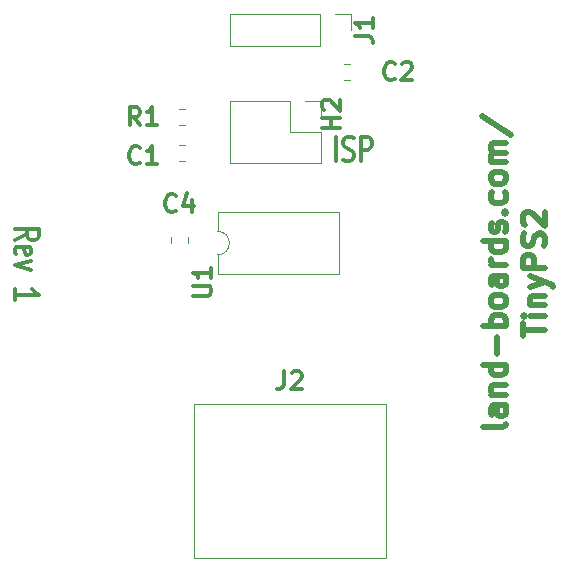
<source format=gbr>
G04 #@! TF.GenerationSoftware,KiCad,Pcbnew,(5.0.2)-1*
G04 #@! TF.CreationDate,2019-11-21T16:03:45-05:00*
G04 #@! TF.ProjectId,TinyPS2,54696e79-5053-4322-9e6b-696361645f70,X1*
G04 #@! TF.SameCoordinates,Original*
G04 #@! TF.FileFunction,Legend,Top*
G04 #@! TF.FilePolarity,Positive*
%FSLAX46Y46*%
G04 Gerber Fmt 4.6, Leading zero omitted, Abs format (unit mm)*
G04 Created by KiCad (PCBNEW (5.0.2)-1) date 11/21/2019 4:03:45 PM*
%MOMM*%
%LPD*%
G01*
G04 APERTURE LIST*
%ADD10C,0.304800*%
%ADD11C,0.476250*%
%ADD12C,0.120000*%
G04 APERTURE END LIST*
D10*
X11526761Y-31713714D02*
X12494380Y-31205714D01*
X11526761Y-30842857D02*
X13558761Y-30842857D01*
X13558761Y-31423428D01*
X13462000Y-31568571D01*
X13365238Y-31641142D01*
X13171714Y-31713714D01*
X12881428Y-31713714D01*
X12687904Y-31641142D01*
X12591142Y-31568571D01*
X12494380Y-31423428D01*
X12494380Y-30842857D01*
X11623523Y-32947428D02*
X11526761Y-32802285D01*
X11526761Y-32512000D01*
X11623523Y-32366857D01*
X11817047Y-32294285D01*
X12591142Y-32294285D01*
X12784666Y-32366857D01*
X12881428Y-32512000D01*
X12881428Y-32802285D01*
X12784666Y-32947428D01*
X12591142Y-33020000D01*
X12397619Y-33020000D01*
X12204095Y-32294285D01*
X12881428Y-33528000D02*
X11526761Y-33890857D01*
X12881428Y-34253714D01*
X11526761Y-36793714D02*
X11526761Y-35922857D01*
X11526761Y-36358285D02*
X13558761Y-36358285D01*
X13268476Y-36213142D01*
X13074952Y-36068000D01*
X12978190Y-35922857D01*
X38644285Y-25049238D02*
X38644285Y-23017238D01*
X39297428Y-24952476D02*
X39515142Y-25049238D01*
X39878000Y-25049238D01*
X40023142Y-24952476D01*
X40095714Y-24855714D01*
X40168285Y-24662190D01*
X40168285Y-24468666D01*
X40095714Y-24275142D01*
X40023142Y-24178380D01*
X39878000Y-24081619D01*
X39587714Y-23984857D01*
X39442571Y-23888095D01*
X39370000Y-23791333D01*
X39297428Y-23597809D01*
X39297428Y-23404285D01*
X39370000Y-23210761D01*
X39442571Y-23114000D01*
X39587714Y-23017238D01*
X39950571Y-23017238D01*
X40168285Y-23114000D01*
X40821428Y-25049238D02*
X40821428Y-23017238D01*
X41402000Y-23017238D01*
X41547142Y-23114000D01*
X41619714Y-23210761D01*
X41692285Y-23404285D01*
X41692285Y-23694571D01*
X41619714Y-23888095D01*
X41547142Y-23984857D01*
X41402000Y-24081619D01*
X40821428Y-24081619D01*
D11*
X53042910Y-47289357D02*
X52952196Y-47470785D01*
X52770767Y-47561500D01*
X51137910Y-47561500D01*
X53042910Y-45747214D02*
X52045053Y-45747214D01*
X51863625Y-45837928D01*
X51772910Y-46019357D01*
X51772910Y-46382214D01*
X51863625Y-46563642D01*
X52952196Y-45747214D02*
X53042910Y-45928642D01*
X53042910Y-46382214D01*
X52952196Y-46563642D01*
X52770767Y-46654357D01*
X52589339Y-46654357D01*
X52407910Y-46563642D01*
X52317196Y-46382214D01*
X52317196Y-45928642D01*
X52226482Y-45747214D01*
X51772910Y-44840071D02*
X53042910Y-44840071D01*
X51954339Y-44840071D02*
X51863625Y-44749357D01*
X51772910Y-44567928D01*
X51772910Y-44295785D01*
X51863625Y-44114357D01*
X52045053Y-44023642D01*
X53042910Y-44023642D01*
X53042910Y-42300071D02*
X51137910Y-42300071D01*
X52952196Y-42300071D02*
X53042910Y-42481500D01*
X53042910Y-42844357D01*
X52952196Y-43025785D01*
X52861482Y-43116500D01*
X52680053Y-43207214D01*
X52135767Y-43207214D01*
X51954339Y-43116500D01*
X51863625Y-43025785D01*
X51772910Y-42844357D01*
X51772910Y-42481500D01*
X51863625Y-42300071D01*
X52317196Y-41392928D02*
X52317196Y-39941500D01*
X53042910Y-39034357D02*
X51137910Y-39034357D01*
X51863625Y-39034357D02*
X51772910Y-38852928D01*
X51772910Y-38490071D01*
X51863625Y-38308642D01*
X51954339Y-38217928D01*
X52135767Y-38127214D01*
X52680053Y-38127214D01*
X52861482Y-38217928D01*
X52952196Y-38308642D01*
X53042910Y-38490071D01*
X53042910Y-38852928D01*
X52952196Y-39034357D01*
X53042910Y-37038642D02*
X52952196Y-37220071D01*
X52861482Y-37310785D01*
X52680053Y-37401500D01*
X52135767Y-37401500D01*
X51954339Y-37310785D01*
X51863625Y-37220071D01*
X51772910Y-37038642D01*
X51772910Y-36766500D01*
X51863625Y-36585071D01*
X51954339Y-36494357D01*
X52135767Y-36403642D01*
X52680053Y-36403642D01*
X52861482Y-36494357D01*
X52952196Y-36585071D01*
X53042910Y-36766500D01*
X53042910Y-37038642D01*
X53042910Y-34770785D02*
X52045053Y-34770785D01*
X51863625Y-34861500D01*
X51772910Y-35042928D01*
X51772910Y-35405785D01*
X51863625Y-35587214D01*
X52952196Y-34770785D02*
X53042910Y-34952214D01*
X53042910Y-35405785D01*
X52952196Y-35587214D01*
X52770767Y-35677928D01*
X52589339Y-35677928D01*
X52407910Y-35587214D01*
X52317196Y-35405785D01*
X52317196Y-34952214D01*
X52226482Y-34770785D01*
X53042910Y-33863642D02*
X51772910Y-33863642D01*
X52135767Y-33863642D02*
X51954339Y-33772928D01*
X51863625Y-33682214D01*
X51772910Y-33500785D01*
X51772910Y-33319357D01*
X53042910Y-31867928D02*
X51137910Y-31867928D01*
X52952196Y-31867928D02*
X53042910Y-32049357D01*
X53042910Y-32412214D01*
X52952196Y-32593642D01*
X52861482Y-32684357D01*
X52680053Y-32775071D01*
X52135767Y-32775071D01*
X51954339Y-32684357D01*
X51863625Y-32593642D01*
X51772910Y-32412214D01*
X51772910Y-32049357D01*
X51863625Y-31867928D01*
X52952196Y-31051500D02*
X53042910Y-30870071D01*
X53042910Y-30507214D01*
X52952196Y-30325785D01*
X52770767Y-30235071D01*
X52680053Y-30235071D01*
X52498625Y-30325785D01*
X52407910Y-30507214D01*
X52407910Y-30779357D01*
X52317196Y-30960785D01*
X52135767Y-31051500D01*
X52045053Y-31051500D01*
X51863625Y-30960785D01*
X51772910Y-30779357D01*
X51772910Y-30507214D01*
X51863625Y-30325785D01*
X52861482Y-29418642D02*
X52952196Y-29327928D01*
X53042910Y-29418642D01*
X52952196Y-29509357D01*
X52861482Y-29418642D01*
X53042910Y-29418642D01*
X52952196Y-27695071D02*
X53042910Y-27876500D01*
X53042910Y-28239357D01*
X52952196Y-28420785D01*
X52861482Y-28511500D01*
X52680053Y-28602214D01*
X52135767Y-28602214D01*
X51954339Y-28511500D01*
X51863625Y-28420785D01*
X51772910Y-28239357D01*
X51772910Y-27876500D01*
X51863625Y-27695071D01*
X53042910Y-26606500D02*
X52952196Y-26787928D01*
X52861482Y-26878642D01*
X52680053Y-26969357D01*
X52135767Y-26969357D01*
X51954339Y-26878642D01*
X51863625Y-26787928D01*
X51772910Y-26606500D01*
X51772910Y-26334357D01*
X51863625Y-26152928D01*
X51954339Y-26062214D01*
X52135767Y-25971500D01*
X52680053Y-25971500D01*
X52861482Y-26062214D01*
X52952196Y-26152928D01*
X53042910Y-26334357D01*
X53042910Y-26606500D01*
X53042910Y-25155071D02*
X51772910Y-25155071D01*
X51954339Y-25155071D02*
X51863625Y-25064357D01*
X51772910Y-24882928D01*
X51772910Y-24610785D01*
X51863625Y-24429357D01*
X52045053Y-24338642D01*
X53042910Y-24338642D01*
X52045053Y-24338642D02*
X51863625Y-24247928D01*
X51772910Y-24066500D01*
X51772910Y-23794357D01*
X51863625Y-23612928D01*
X52045053Y-23522214D01*
X53042910Y-23522214D01*
X51047196Y-21254357D02*
X53496482Y-22887214D01*
X54471660Y-39896142D02*
X54471660Y-38807571D01*
X56376660Y-39351857D02*
X54471660Y-39351857D01*
X56376660Y-38172571D02*
X55106660Y-38172571D01*
X54471660Y-38172571D02*
X54562375Y-38263285D01*
X54653089Y-38172571D01*
X54562375Y-38081857D01*
X54471660Y-38172571D01*
X54653089Y-38172571D01*
X55106660Y-37265428D02*
X56376660Y-37265428D01*
X55288089Y-37265428D02*
X55197375Y-37174714D01*
X55106660Y-36993285D01*
X55106660Y-36721142D01*
X55197375Y-36539714D01*
X55378803Y-36449000D01*
X56376660Y-36449000D01*
X55106660Y-35723285D02*
X56376660Y-35269714D01*
X55106660Y-34816142D02*
X56376660Y-35269714D01*
X56830232Y-35451142D01*
X56920946Y-35541857D01*
X57011660Y-35723285D01*
X56376660Y-34090428D02*
X54471660Y-34090428D01*
X54471660Y-33364714D01*
X54562375Y-33183285D01*
X54653089Y-33092571D01*
X54834517Y-33001857D01*
X55106660Y-33001857D01*
X55288089Y-33092571D01*
X55378803Y-33183285D01*
X55469517Y-33364714D01*
X55469517Y-34090428D01*
X56285946Y-32276142D02*
X56376660Y-32004000D01*
X56376660Y-31550428D01*
X56285946Y-31369000D01*
X56195232Y-31278285D01*
X56013803Y-31187571D01*
X55832375Y-31187571D01*
X55650946Y-31278285D01*
X55560232Y-31369000D01*
X55469517Y-31550428D01*
X55378803Y-31913285D01*
X55288089Y-32094714D01*
X55197375Y-32185428D01*
X55015946Y-32276142D01*
X54834517Y-32276142D01*
X54653089Y-32185428D01*
X54562375Y-32094714D01*
X54471660Y-31913285D01*
X54471660Y-31459714D01*
X54562375Y-31187571D01*
X54653089Y-30461857D02*
X54562375Y-30371142D01*
X54471660Y-30189714D01*
X54471660Y-29736142D01*
X54562375Y-29554714D01*
X54653089Y-29464000D01*
X54834517Y-29373285D01*
X55015946Y-29373285D01*
X55288089Y-29464000D01*
X56376660Y-30552571D01*
X56376660Y-29373285D01*
D12*
G04 #@! TO.C,C4*
X26110000Y-31488748D02*
X26110000Y-32011252D01*
X24690000Y-31488748D02*
X24690000Y-32011252D01*
G04 #@! TO.C,C1*
X25915252Y-25094000D02*
X25392748Y-25094000D01*
X25915252Y-23674000D02*
X25392748Y-23674000D01*
G04 #@! TO.C,C2*
X39362748Y-18236000D02*
X39885252Y-18236000D01*
X39362748Y-16816000D02*
X39885252Y-16816000D01*
G04 #@! TO.C,H2*
X29658000Y-20006000D02*
X29658000Y-25206000D01*
X34798000Y-20006000D02*
X29658000Y-20006000D01*
X37398000Y-25206000D02*
X29658000Y-25206000D01*
X34798000Y-20006000D02*
X34798000Y-22606000D01*
X34798000Y-22606000D02*
X37398000Y-22606000D01*
X37398000Y-22606000D02*
X37398000Y-25206000D01*
X36068000Y-20006000D02*
X37398000Y-20006000D01*
X37398000Y-20006000D02*
X37398000Y-21336000D01*
G04 #@! TO.C,J1*
X29658000Y-12640000D02*
X29658000Y-15300000D01*
X37338000Y-12640000D02*
X29658000Y-12640000D01*
X37338000Y-15300000D02*
X29658000Y-15300000D01*
X37338000Y-12640000D02*
X37338000Y-15300000D01*
X38608000Y-12640000D02*
X39938000Y-12640000D01*
X39938000Y-12640000D02*
X39938000Y-13970000D01*
G04 #@! TO.C,J2*
X42868000Y-45638000D02*
X42868000Y-58638000D01*
X26668000Y-45638000D02*
X26668000Y-58638000D01*
X26668000Y-45638000D02*
X42868000Y-45638000D01*
X26668000Y-58638000D02*
X42868000Y-58638000D01*
G04 #@! TO.C,R1*
X25392748Y-20626000D02*
X25915252Y-20626000D01*
X25392748Y-22046000D02*
X25915252Y-22046000D01*
G04 #@! TO.C,U1*
X28642000Y-31004000D02*
G75*
G02X28642000Y-33004000I0J-1000000D01*
G01*
X28642000Y-33004000D02*
X28642000Y-34654000D01*
X28642000Y-34654000D02*
X38922000Y-34654000D01*
X38922000Y-34654000D02*
X38922000Y-29354000D01*
X38922000Y-29354000D02*
X28642000Y-29354000D01*
X28642000Y-29354000D02*
X28642000Y-31004000D01*
G04 #@! TO.C,C4*
D10*
X25146000Y-29246285D02*
X25073428Y-29318857D01*
X24855714Y-29391428D01*
X24710571Y-29391428D01*
X24492857Y-29318857D01*
X24347714Y-29173714D01*
X24275142Y-29028571D01*
X24202571Y-28738285D01*
X24202571Y-28520571D01*
X24275142Y-28230285D01*
X24347714Y-28085142D01*
X24492857Y-27940000D01*
X24710571Y-27867428D01*
X24855714Y-27867428D01*
X25073428Y-27940000D01*
X25146000Y-28012571D01*
X26452285Y-28375428D02*
X26452285Y-29391428D01*
X26089428Y-27794857D02*
X25726571Y-28883428D01*
X26670000Y-28883428D01*
G04 #@! TO.C,C1*
X22098000Y-25182285D02*
X22025428Y-25254857D01*
X21807714Y-25327428D01*
X21662571Y-25327428D01*
X21444857Y-25254857D01*
X21299714Y-25109714D01*
X21227142Y-24964571D01*
X21154571Y-24674285D01*
X21154571Y-24456571D01*
X21227142Y-24166285D01*
X21299714Y-24021142D01*
X21444857Y-23876000D01*
X21662571Y-23803428D01*
X21807714Y-23803428D01*
X22025428Y-23876000D01*
X22098000Y-23948571D01*
X23549428Y-25327428D02*
X22678571Y-25327428D01*
X23114000Y-25327428D02*
X23114000Y-23803428D01*
X22968857Y-24021142D01*
X22823714Y-24166285D01*
X22678571Y-24238857D01*
G04 #@! TO.C,C2*
X43688000Y-18070285D02*
X43615428Y-18142857D01*
X43397714Y-18215428D01*
X43252571Y-18215428D01*
X43034857Y-18142857D01*
X42889714Y-17997714D01*
X42817142Y-17852571D01*
X42744571Y-17562285D01*
X42744571Y-17344571D01*
X42817142Y-17054285D01*
X42889714Y-16909142D01*
X43034857Y-16764000D01*
X43252571Y-16691428D01*
X43397714Y-16691428D01*
X43615428Y-16764000D01*
X43688000Y-16836571D01*
X44268571Y-16836571D02*
X44341142Y-16764000D01*
X44486285Y-16691428D01*
X44849142Y-16691428D01*
X44994285Y-16764000D01*
X45066857Y-16836571D01*
X45139428Y-16981714D01*
X45139428Y-17126857D01*
X45066857Y-17344571D01*
X44196000Y-18215428D01*
X45139428Y-18215428D01*
G04 #@! TO.C,H2*
X39043428Y-22243142D02*
X37519428Y-22243142D01*
X38245142Y-22243142D02*
X38245142Y-21372285D01*
X39043428Y-21372285D02*
X37519428Y-21372285D01*
X37664571Y-20719142D02*
X37592000Y-20646571D01*
X37519428Y-20501428D01*
X37519428Y-20138571D01*
X37592000Y-19993428D01*
X37664571Y-19920857D01*
X37809714Y-19848285D01*
X37954857Y-19848285D01*
X38172571Y-19920857D01*
X39043428Y-20791714D01*
X39043428Y-19848285D01*
G04 #@! TO.C,J1*
X40313428Y-14478000D02*
X41402000Y-14478000D01*
X41619714Y-14550571D01*
X41764857Y-14695714D01*
X41837428Y-14913428D01*
X41837428Y-15058571D01*
X41837428Y-12954000D02*
X41837428Y-13824857D01*
X41837428Y-13389428D02*
X40313428Y-13389428D01*
X40531142Y-13534571D01*
X40676285Y-13679714D01*
X40748857Y-13824857D01*
G04 #@! TO.C,J2*
X34290000Y-42853428D02*
X34290000Y-43942000D01*
X34217428Y-44159714D01*
X34072285Y-44304857D01*
X33854571Y-44377428D01*
X33709428Y-44377428D01*
X34943142Y-42998571D02*
X35015714Y-42926000D01*
X35160857Y-42853428D01*
X35523714Y-42853428D01*
X35668857Y-42926000D01*
X35741428Y-42998571D01*
X35814000Y-43143714D01*
X35814000Y-43288857D01*
X35741428Y-43506571D01*
X34870571Y-44377428D01*
X35814000Y-44377428D01*
G04 #@! TO.C,R1*
X22098000Y-22025428D02*
X21590000Y-21299714D01*
X21227142Y-22025428D02*
X21227142Y-20501428D01*
X21807714Y-20501428D01*
X21952857Y-20574000D01*
X22025428Y-20646571D01*
X22098000Y-20791714D01*
X22098000Y-21009428D01*
X22025428Y-21154571D01*
X21952857Y-21227142D01*
X21807714Y-21299714D01*
X21227142Y-21299714D01*
X23549428Y-22025428D02*
X22678571Y-22025428D01*
X23114000Y-22025428D02*
X23114000Y-20501428D01*
X22968857Y-20719142D01*
X22823714Y-20864285D01*
X22678571Y-20936857D01*
G04 #@! TO.C,U1*
X26597428Y-36467142D02*
X27831142Y-36467142D01*
X27976285Y-36394571D01*
X28048857Y-36322000D01*
X28121428Y-36176857D01*
X28121428Y-35886571D01*
X28048857Y-35741428D01*
X27976285Y-35668857D01*
X27831142Y-35596285D01*
X26597428Y-35596285D01*
X28121428Y-34072285D02*
X28121428Y-34943142D01*
X28121428Y-34507714D02*
X26597428Y-34507714D01*
X26815142Y-34652857D01*
X26960285Y-34798000D01*
X27032857Y-34943142D01*
G04 #@! TD*
M02*

</source>
